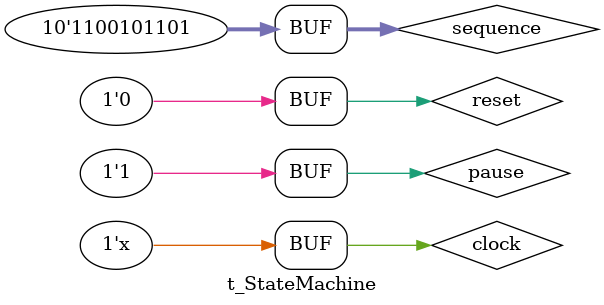
<source format=v>
`timescale 1ms / 1us


module t_StateMachine(

    );
    StateMachine SM1(clock, sequence, reset, pause, sevseg, debug, debug_sequence_reg);
    reg clock;
    reg [9:0] sequence;
    reg reset;
    reg pause;
    wire [3:0] sevseg;
    
    initial
    begin
    
    clock = 1'b0;
    sequence = 10'b1010101010;
    reset = 1'b1;
    pause = 1'b0;
    
    #1 reset = 1'b0;
    #2 pause = 1'b1;
    
    #14000 sequence = 10'b1100101101;
    reset = 1'b1;
    #1 reset = 1'b0;
    #9000 pause = 1'b0;
    #1000 pause = 1'b1;
    
    end
    always begin
        #500 clock =  ~clock;
    end
endmodule

</source>
